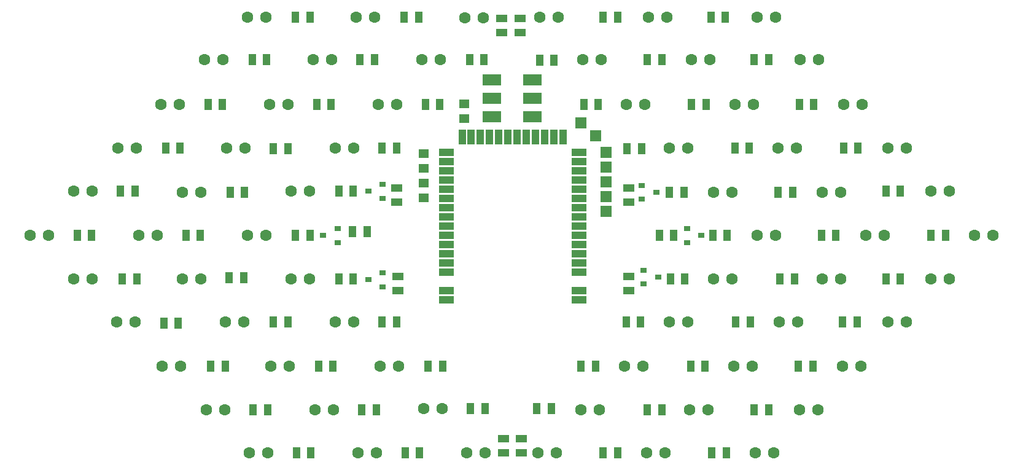
<source format=gbp>
%TF.GenerationSoftware,KiCad,Pcbnew,5.1.7-a382d34a8~87~ubuntu20.04.1*%
%TF.CreationDate,2020-10-15T10:11:22+03:00*%
%TF.ProjectId,BL_PCB_latest,424c5f50-4342-45f6-9c61-746573742e6b,rev?*%
%TF.SameCoordinates,Original*%
%TF.FileFunction,Paste,Bot*%
%TF.FilePolarity,Positive*%
%FSLAX46Y46*%
G04 Gerber Fmt 4.6, Leading zero omitted, Abs format (unit mm)*
G04 Created by KiCad (PCBNEW 5.1.7-a382d34a8~87~ubuntu20.04.1) date 2020-10-15 10:11:22*
%MOMM*%
%LPD*%
G01*
G04 APERTURE LIST*
%ADD10R,0.900000X0.800000*%
%ADD11R,1.524000X1.524000*%
%ADD12R,2.540000X1.524000*%
%ADD13R,1.470000X1.160000*%
%ADD14R,2.000000X1.000000*%
%ADD15R,1.000000X2.000000*%
%ADD16R,1.000000X1.550000*%
%ADD17R,1.550000X1.000000*%
%ADD18C,1.600000*%
G04 APERTURE END LIST*
D10*
%TO.C,Q5*%
X133239000Y-70485000D03*
X135239000Y-71435000D03*
X135239000Y-69535000D03*
%TD*%
%TO.C,Q4*%
X127016000Y-64389000D03*
X129016000Y-65339000D03*
X129016000Y-63439000D03*
%TD*%
%TO.C,Q6*%
X133239000Y-58293000D03*
X135239000Y-59243000D03*
X135239000Y-57343000D03*
%TD*%
%TO.C,Q2*%
X173212000Y-70104000D03*
X171212000Y-69154000D03*
X171212000Y-71054000D03*
%TD*%
%TO.C,Q3*%
X179181000Y-64389000D03*
X177181000Y-63439000D03*
X177181000Y-65339000D03*
%TD*%
%TO.C,Q1*%
X172958000Y-58420000D03*
X170958000Y-57470000D03*
X170958000Y-59370000D03*
%TD*%
D11*
%TO.C,*%
X165989000Y-52959000D03*
%TD*%
%TO.C,*%
X165989000Y-54991000D03*
%TD*%
%TO.C,*%
X165989000Y-57023000D03*
%TD*%
%TO.C,*%
X165989000Y-59055000D03*
%TD*%
%TO.C,*%
X165989000Y-61087000D03*
%TD*%
%TO.C,*%
X162560000Y-48895000D03*
%TD*%
%TO.C,*%
X164592000Y-50673000D03*
%TD*%
D12*
%TO.C,J2*%
X150241000Y-48006000D03*
X150241000Y-45466000D03*
X150241000Y-42926000D03*
X155829000Y-42926000D03*
X155829000Y-45466000D03*
X155829000Y-48006000D03*
%TD*%
D13*
%TO.C,L1*%
X140843000Y-55118000D03*
X140843000Y-53086000D03*
%TD*%
%TO.C,C7*%
X140843000Y-59182000D03*
X140843000Y-57150000D03*
%TD*%
%TO.C,C8*%
X146431000Y-46228000D03*
X146431000Y-48260000D03*
%TD*%
D14*
%TO.C,U1*%
X144018000Y-54229000D03*
X144018000Y-55499000D03*
X144018000Y-56769000D03*
X144018000Y-58039000D03*
X144018000Y-59309000D03*
X144018000Y-60579000D03*
X144018000Y-61849000D03*
X144018000Y-63119000D03*
X144018000Y-64389000D03*
X144018000Y-65659000D03*
X144018000Y-66929000D03*
X144018000Y-68199000D03*
X144018000Y-69469000D03*
X144018000Y-52959000D03*
X144018000Y-72009000D03*
X144018000Y-73279000D03*
X162306000Y-54229000D03*
X162306000Y-55499000D03*
X162306000Y-56769000D03*
X162306000Y-58039000D03*
X162306000Y-59309000D03*
X162306000Y-60579000D03*
X162306000Y-61849000D03*
X162306000Y-63119000D03*
X162306000Y-64389000D03*
X162306000Y-65659000D03*
X162306000Y-66929000D03*
X162306000Y-68199000D03*
X162306000Y-69469000D03*
X162306000Y-52959000D03*
X162306000Y-72009000D03*
X162306000Y-73279000D03*
D15*
X146177000Y-50802000D03*
X147434000Y-50802000D03*
X148704000Y-50802000D03*
X149974000Y-50802000D03*
X151244000Y-50802000D03*
X152514000Y-50802000D03*
X153784000Y-50802000D03*
X155054000Y-50802000D03*
X156324000Y-50802000D03*
X157594000Y-50802000D03*
X158864000Y-50802000D03*
X160134000Y-50802000D03*
%TD*%
D16*
%TO.C,R34*%
X158480000Y-88265000D03*
X156480000Y-88265000D03*
%TD*%
%TO.C,R33*%
X164576000Y-82423000D03*
X162576000Y-82423000D03*
%TD*%
%TO.C,R32*%
X170799000Y-76327000D03*
X168799000Y-76327000D03*
%TD*%
%TO.C,R31*%
X176895000Y-70358000D03*
X174895000Y-70358000D03*
%TD*%
%TO.C,R30*%
X182737000Y-64389000D03*
X180737000Y-64389000D03*
%TD*%
%TO.C,R29*%
X176768000Y-58420000D03*
X174768000Y-58420000D03*
%TD*%
%TO.C,R28*%
X170926000Y-52451000D03*
X168926000Y-52451000D03*
%TD*%
%TO.C,R36*%
X175371000Y-64389000D03*
X173371000Y-64389000D03*
%TD*%
D17*
%TO.C,R35*%
X154305000Y-94345000D03*
X154305000Y-92345000D03*
%TD*%
D16*
%TO.C,R27*%
X164957000Y-46355000D03*
X162957000Y-46355000D03*
%TD*%
%TO.C,R26*%
X158861000Y-40259000D03*
X156861000Y-40259000D03*
%TD*%
D17*
%TO.C,R25*%
X154178000Y-34433000D03*
X154178000Y-36433000D03*
%TD*%
%TO.C,R48*%
X151638000Y-34433000D03*
X151638000Y-36433000D03*
%TD*%
D16*
%TO.C,R37*%
X131080000Y-63881000D03*
X133080000Y-63881000D03*
%TD*%
D17*
%TO.C,R38*%
X151892000Y-94345000D03*
X151892000Y-92345000D03*
%TD*%
D16*
%TO.C,R39*%
X147336000Y-88265000D03*
X149336000Y-88265000D03*
%TD*%
%TO.C,R40*%
X141494000Y-82423000D03*
X143494000Y-82423000D03*
%TD*%
%TO.C,R41*%
X135144000Y-76327000D03*
X137144000Y-76327000D03*
%TD*%
%TO.C,R42*%
X129175000Y-70358000D03*
X131175000Y-70358000D03*
%TD*%
%TO.C,R43*%
X123206000Y-64389000D03*
X125206000Y-64389000D03*
%TD*%
%TO.C,R44*%
X129175000Y-58293000D03*
X131175000Y-58293000D03*
%TD*%
%TO.C,R45*%
X135144000Y-52324000D03*
X137144000Y-52324000D03*
%TD*%
%TO.C,R46*%
X141113000Y-46355000D03*
X143113000Y-46355000D03*
%TD*%
%TO.C,R47*%
X147209000Y-40132000D03*
X149209000Y-40132000D03*
%TD*%
D17*
%TO.C,R49*%
X137287000Y-69993000D03*
X137287000Y-71993000D03*
%TD*%
D16*
%TO.C,R50*%
X138319000Y-94361000D03*
X140319000Y-94361000D03*
%TD*%
%TO.C,R51*%
X132350000Y-88392000D03*
X134350000Y-88392000D03*
%TD*%
%TO.C,R52*%
X126381000Y-82423000D03*
X128381000Y-82423000D03*
%TD*%
%TO.C,R53*%
X120158000Y-76327000D03*
X122158000Y-76327000D03*
%TD*%
%TO.C,R54*%
X114062000Y-70231000D03*
X116062000Y-70231000D03*
%TD*%
%TO.C,R55*%
X108093000Y-64389000D03*
X110093000Y-64389000D03*
%TD*%
%TO.C,R56*%
X114189000Y-58420000D03*
X116189000Y-58420000D03*
%TD*%
%TO.C,R57*%
X120158000Y-52451000D03*
X122158000Y-52451000D03*
%TD*%
%TO.C,R58*%
X126127000Y-46355000D03*
X128127000Y-46355000D03*
%TD*%
%TO.C,R59*%
X132096000Y-40132000D03*
X134096000Y-40132000D03*
%TD*%
%TO.C,R60*%
X138192000Y-34290000D03*
X140192000Y-34290000D03*
%TD*%
D17*
%TO.C,R61*%
X137160000Y-57801000D03*
X137160000Y-59801000D03*
%TD*%
D16*
%TO.C,R62*%
X123333000Y-94361000D03*
X125333000Y-94361000D03*
%TD*%
%TO.C,R63*%
X117364000Y-88392000D03*
X119364000Y-88392000D03*
%TD*%
%TO.C,R64*%
X111522000Y-82423000D03*
X113522000Y-82423000D03*
%TD*%
%TO.C,R65*%
X105045000Y-76454000D03*
X107045000Y-76454000D03*
%TD*%
%TO.C,R66*%
X99330000Y-70358000D03*
X101330000Y-70358000D03*
%TD*%
%TO.C,R67*%
X93107000Y-64389000D03*
X95107000Y-64389000D03*
%TD*%
%TO.C,R68*%
X99076000Y-58293000D03*
X101076000Y-58293000D03*
%TD*%
%TO.C,R69*%
X105299000Y-52324000D03*
X107299000Y-52324000D03*
%TD*%
%TO.C,R70*%
X111141000Y-46355000D03*
X113141000Y-46355000D03*
%TD*%
%TO.C,R71*%
X117237000Y-40132000D03*
X119237000Y-40132000D03*
%TD*%
%TO.C,R72*%
X123206000Y-34290000D03*
X125206000Y-34290000D03*
%TD*%
%TO.C,R2*%
X188452000Y-40132000D03*
X186452000Y-40132000D03*
%TD*%
D17*
%TO.C,R12*%
X169164000Y-57801000D03*
X169164000Y-59801000D03*
%TD*%
D16*
%TO.C,R11*%
X182610000Y-94361000D03*
X180610000Y-94361000D03*
%TD*%
%TO.C,R10*%
X188452000Y-88392000D03*
X186452000Y-88392000D03*
%TD*%
%TO.C,R9*%
X194548000Y-82423000D03*
X192548000Y-82423000D03*
%TD*%
%TO.C,R8*%
X200644000Y-76327000D03*
X198644000Y-76327000D03*
%TD*%
%TO.C,R7*%
X206613000Y-70358000D03*
X204613000Y-70358000D03*
%TD*%
%TO.C,R6*%
X212836000Y-64389000D03*
X210836000Y-64389000D03*
%TD*%
%TO.C,R5*%
X206613000Y-58293000D03*
X204613000Y-58293000D03*
%TD*%
%TO.C,R4*%
X200771000Y-52324000D03*
X198771000Y-52324000D03*
%TD*%
%TO.C,R1*%
X182483000Y-34290000D03*
X180483000Y-34290000D03*
%TD*%
%TO.C,R3*%
X194675000Y-46355000D03*
X192675000Y-46355000D03*
%TD*%
D17*
%TO.C,R13*%
X169164000Y-69993000D03*
X169164000Y-71993000D03*
%TD*%
D16*
%TO.C,R14*%
X167624000Y-94361000D03*
X165624000Y-94361000D03*
%TD*%
%TO.C,R15*%
X173720000Y-88392000D03*
X171720000Y-88392000D03*
%TD*%
%TO.C,R16*%
X179689000Y-82423000D03*
X177689000Y-82423000D03*
%TD*%
%TO.C,R17*%
X185912000Y-76327000D03*
X183912000Y-76327000D03*
%TD*%
%TO.C,R18*%
X192008000Y-70358000D03*
X190008000Y-70358000D03*
%TD*%
%TO.C,R19*%
X197723000Y-64389000D03*
X195723000Y-64389000D03*
%TD*%
%TO.C,R20*%
X191754000Y-58420000D03*
X189754000Y-58420000D03*
%TD*%
%TO.C,R21*%
X185785000Y-52324000D03*
X183785000Y-52324000D03*
%TD*%
%TO.C,R22*%
X179816000Y-46355000D03*
X177816000Y-46355000D03*
%TD*%
%TO.C,R23*%
X173720000Y-40132000D03*
X171720000Y-40132000D03*
%TD*%
%TO.C,R24*%
X167624000Y-34290000D03*
X165624000Y-34290000D03*
%TD*%
D18*
%TO.C,LED30*%
X177292000Y-76327000D03*
X174752000Y-76327000D03*
%TD*%
%TO.C,LED23*%
X159385000Y-34290000D03*
X156845000Y-34290000D03*
%TD*%
%TO.C,LED24*%
X165354000Y-40132000D03*
X162814000Y-40132000D03*
%TD*%
%TO.C,LED25*%
X171323000Y-46355000D03*
X168783000Y-46355000D03*
%TD*%
%TO.C,LED26*%
X177292000Y-52324000D03*
X174752000Y-52324000D03*
%TD*%
%TO.C,LED27*%
X183388000Y-58420000D03*
X180848000Y-58420000D03*
%TD*%
%TO.C,LED28*%
X189357000Y-64389000D03*
X186817000Y-64389000D03*
%TD*%
%TO.C,LED29*%
X183388000Y-70358000D03*
X180848000Y-70358000D03*
%TD*%
%TO.C,LED31*%
X171069000Y-82423000D03*
X168529000Y-82423000D03*
%TD*%
%TO.C,LED32*%
X165100000Y-88392000D03*
X162560000Y-88392000D03*
%TD*%
%TO.C,LED33*%
X159131000Y-94361000D03*
X156591000Y-94361000D03*
%TD*%
%TO.C,LED34*%
X146812000Y-94361000D03*
X149352000Y-94361000D03*
%TD*%
%TO.C,LED35*%
X140843000Y-88265000D03*
X143383000Y-88265000D03*
%TD*%
%TO.C,LED36*%
X134874000Y-82423000D03*
X137414000Y-82423000D03*
%TD*%
%TO.C,LED37*%
X128651000Y-76327000D03*
X131191000Y-76327000D03*
%TD*%
%TO.C,LED38*%
X122555000Y-70358000D03*
X125095000Y-70358000D03*
%TD*%
%TO.C,LED39*%
X116586000Y-64389000D03*
X119126000Y-64389000D03*
%TD*%
%TO.C,LED40*%
X122555000Y-58293000D03*
X125095000Y-58293000D03*
%TD*%
%TO.C,LED41*%
X128651000Y-52324000D03*
X131191000Y-52324000D03*
%TD*%
%TO.C,LED42*%
X134620000Y-46355000D03*
X137160000Y-46355000D03*
%TD*%
%TO.C,LED43*%
X140589000Y-40132000D03*
X143129000Y-40132000D03*
%TD*%
%TO.C,LED44*%
X146558000Y-34417000D03*
X149098000Y-34417000D03*
%TD*%
%TO.C,LED45*%
X131826000Y-94361000D03*
X134366000Y-94361000D03*
%TD*%
%TO.C,LED46*%
X125857000Y-88392000D03*
X128397000Y-88392000D03*
%TD*%
%TO.C,LED47*%
X119761000Y-82423000D03*
X122301000Y-82423000D03*
%TD*%
%TO.C,LED48*%
X113538000Y-76327000D03*
X116078000Y-76327000D03*
%TD*%
%TO.C,LED49*%
X107569000Y-70358000D03*
X110109000Y-70358000D03*
%TD*%
%TO.C,LED50*%
X101600000Y-64389000D03*
X104140000Y-64389000D03*
%TD*%
%TO.C,LED51*%
X107569000Y-58420000D03*
X110109000Y-58420000D03*
%TD*%
%TO.C,LED52*%
X113665000Y-52324000D03*
X116205000Y-52324000D03*
%TD*%
%TO.C,LED53*%
X119634000Y-46355000D03*
X122174000Y-46355000D03*
%TD*%
%TO.C,LED54*%
X125603000Y-40132000D03*
X128143000Y-40132000D03*
%TD*%
%TO.C,LED55*%
X131572000Y-34290000D03*
X134112000Y-34290000D03*
%TD*%
%TO.C,LED56*%
X116840000Y-94361000D03*
X119380000Y-94361000D03*
%TD*%
%TO.C,LED57*%
X110871000Y-88392000D03*
X113411000Y-88392000D03*
%TD*%
%TO.C,LED58*%
X104775000Y-82423000D03*
X107315000Y-82423000D03*
%TD*%
%TO.C,LED59*%
X98552000Y-76327000D03*
X101092000Y-76327000D03*
%TD*%
%TO.C,LED60*%
X92583000Y-70358000D03*
X95123000Y-70358000D03*
%TD*%
%TO.C,LED61*%
X86614000Y-64389000D03*
X89154000Y-64389000D03*
%TD*%
%TO.C,LED62*%
X92583000Y-58293000D03*
X95123000Y-58293000D03*
%TD*%
%TO.C,LED63*%
X98679000Y-52324000D03*
X101219000Y-52324000D03*
%TD*%
%TO.C,LED64*%
X104648000Y-46355000D03*
X107188000Y-46355000D03*
%TD*%
%TO.C,LED65*%
X110617000Y-40132000D03*
X113157000Y-40132000D03*
%TD*%
%TO.C,LED66*%
X116586000Y-34290000D03*
X119126000Y-34290000D03*
%TD*%
%TO.C,LED7*%
X213360000Y-70358000D03*
X210820000Y-70358000D03*
%TD*%
%TO.C,LED2*%
X195326000Y-40132000D03*
X192786000Y-40132000D03*
%TD*%
%TO.C,LED10*%
X195199000Y-88392000D03*
X192659000Y-88392000D03*
%TD*%
%TO.C,LED9*%
X201168000Y-82423000D03*
X198628000Y-82423000D03*
%TD*%
%TO.C,LED8*%
X207391000Y-76327000D03*
X204851000Y-76327000D03*
%TD*%
%TO.C,LED11*%
X189103000Y-94361000D03*
X186563000Y-94361000D03*
%TD*%
%TO.C,LED6*%
X219329000Y-64389000D03*
X216789000Y-64389000D03*
%TD*%
%TO.C,LED5*%
X213360000Y-58293000D03*
X210820000Y-58293000D03*
%TD*%
%TO.C,LED4*%
X207391000Y-52324000D03*
X204851000Y-52324000D03*
%TD*%
%TO.C,LED3*%
X201295000Y-46355000D03*
X198755000Y-46355000D03*
%TD*%
%TO.C,LED1*%
X189357000Y-34290000D03*
X186817000Y-34290000D03*
%TD*%
%TO.C,LED12*%
X174117000Y-94361000D03*
X171577000Y-94361000D03*
%TD*%
%TO.C,LED13*%
X180086000Y-88392000D03*
X177546000Y-88392000D03*
%TD*%
%TO.C,LED14*%
X186182000Y-82423000D03*
X183642000Y-82423000D03*
%TD*%
%TO.C,LED15*%
X192405000Y-76327000D03*
X189865000Y-76327000D03*
%TD*%
%TO.C,LED16*%
X198374000Y-70358000D03*
X195834000Y-70358000D03*
%TD*%
%TO.C,LED17*%
X204343000Y-64389000D03*
X201803000Y-64389000D03*
%TD*%
%TO.C,LED18*%
X198374000Y-58420000D03*
X195834000Y-58420000D03*
%TD*%
%TO.C,LED19*%
X192278000Y-52324000D03*
X189738000Y-52324000D03*
%TD*%
%TO.C,LED20*%
X186309000Y-46355000D03*
X183769000Y-46355000D03*
%TD*%
%TO.C,LED21*%
X180340000Y-40132000D03*
X177800000Y-40132000D03*
%TD*%
%TO.C,LED22*%
X174371000Y-34290000D03*
X171831000Y-34290000D03*
%TD*%
M02*

</source>
